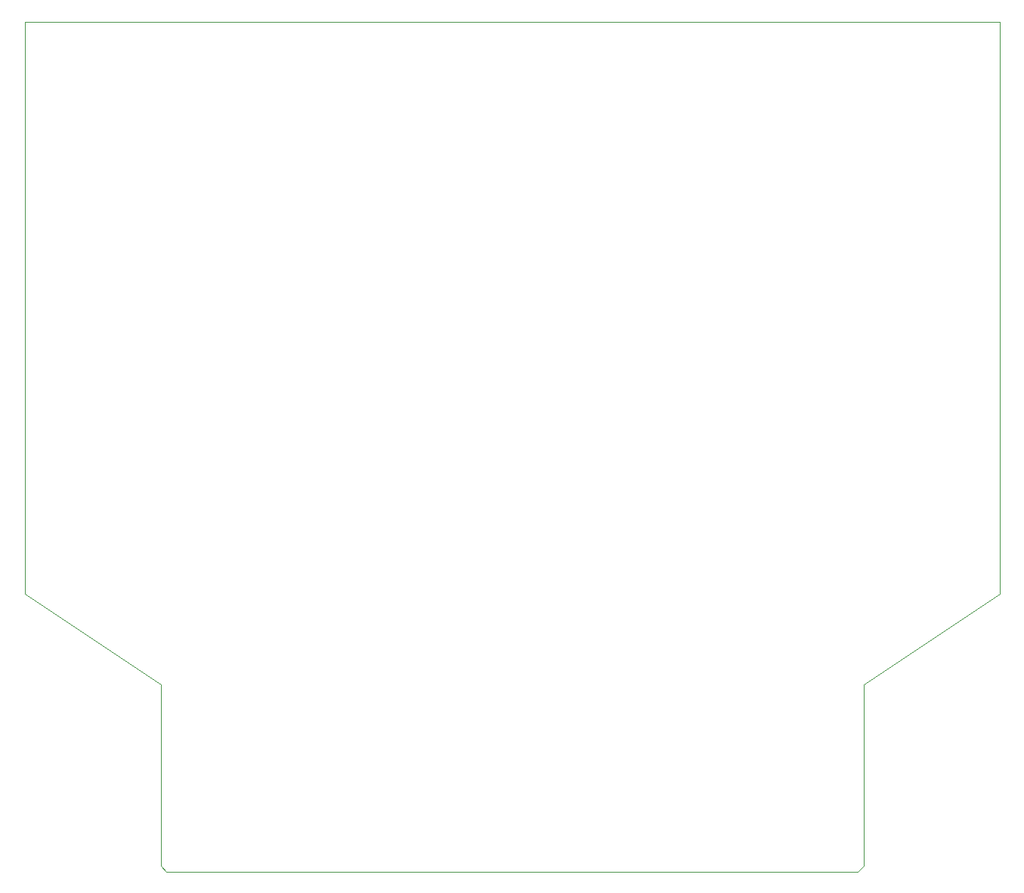
<source format=gm1>
G04 #@! TF.GenerationSoftware,KiCad,Pcbnew,5.1.5+dfsg1-2build2*
G04 #@! TF.CreationDate,2021-04-05T19:08:48+08:00*
G04 #@! TF.ProjectId,famicart_rom,66616d69-6361-4727-945f-726f6d2e6b69,rev?*
G04 #@! TF.SameCoordinates,Original*
G04 #@! TF.FileFunction,Profile,NP*
%FSLAX46Y46*%
G04 Gerber Fmt 4.6, Leading zero omitted, Abs format (unit mm)*
G04 Created by KiCad (PCBNEW 5.1.5+dfsg1-2build2) date 2021-04-05 19:08:48*
%MOMM*%
%LPD*%
G04 APERTURE LIST*
G04 #@! TA.AperFunction,Profile*
%ADD10C,0.050000*%
G04 #@! TD*
G04 APERTURE END LIST*
D10*
X201930000Y-44450000D02*
X92710000Y-44450000D01*
X201930000Y-108585000D02*
X201930000Y-44450000D01*
X92710000Y-108585000D02*
X92710000Y-44450000D01*
X186690000Y-118745000D02*
X201930000Y-108585000D01*
X107950000Y-118745000D02*
X92710000Y-108585000D01*
X186690000Y-139065000D02*
X186690000Y-118745000D01*
X107950000Y-139065000D02*
X107950000Y-118745000D01*
X186055000Y-139700000D02*
X186690000Y-139065000D01*
X108585000Y-139700000D02*
X186055000Y-139700000D01*
X107950000Y-139065000D02*
X108585000Y-139700000D01*
M02*

</source>
